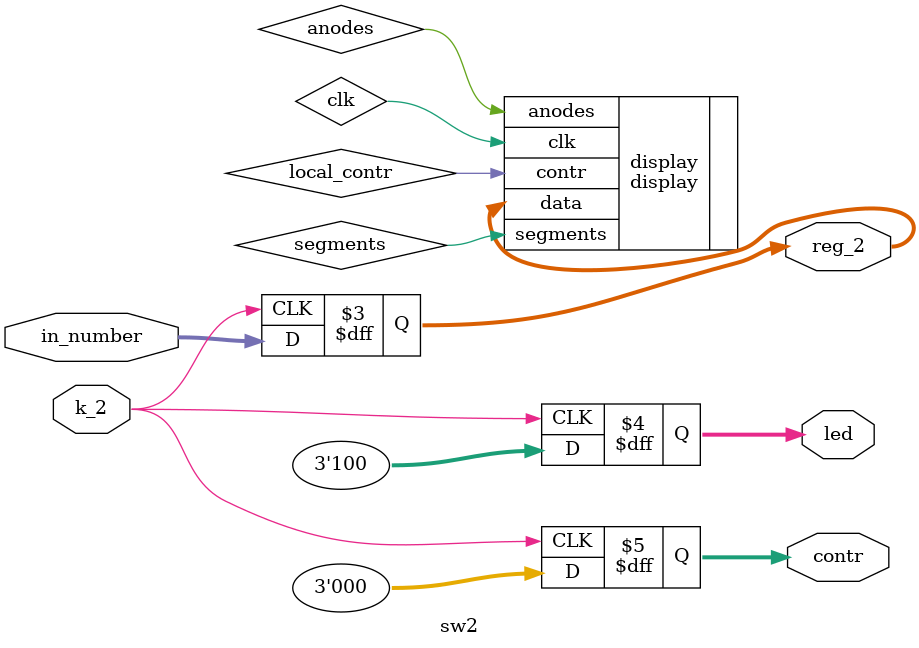
<source format=v>
module sw2(

   input [3:0] in_number,
   input k_2,

   output reg [3:0] reg_2,
   output reg [2:0] led,
   output reg [2:0] contr
);

initial begin
   reg_2 = 0;
   contr = 0;
end

always@(posedge k_2) begin
   reg_2 = in_number;
   led = 3'b100;
   contr = 0;
end

//display display(.clk(clk), .data(reg_2), .anodes(anodes), .segments(segments), .contr(contr));
display display(.clk(clk), .data(reg_2), .anodes(anodes), .segments(segments), .contr(local_contr));

endmodule

</source>
